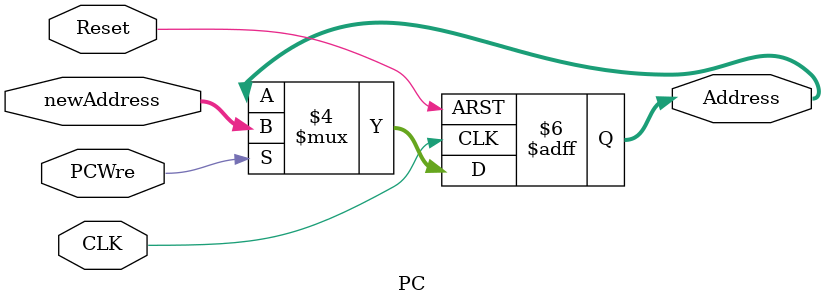
<source format=v>
`timescale 1ns / 1ps


module PC(
    input CLK,
    input Reset,
    input PCWre,
    input [31:0] newAddress,
    output reg[31:0] Address
    );
    
    initial begin
        Address = 0;
    end
    
    always@(posedge CLK or negedge Reset) begin
        if(Reset == 0)
            Address <= 0;
        else if(PCWre) begin
            Address <= newAddress;
        end
    end
    
endmodule

</source>
